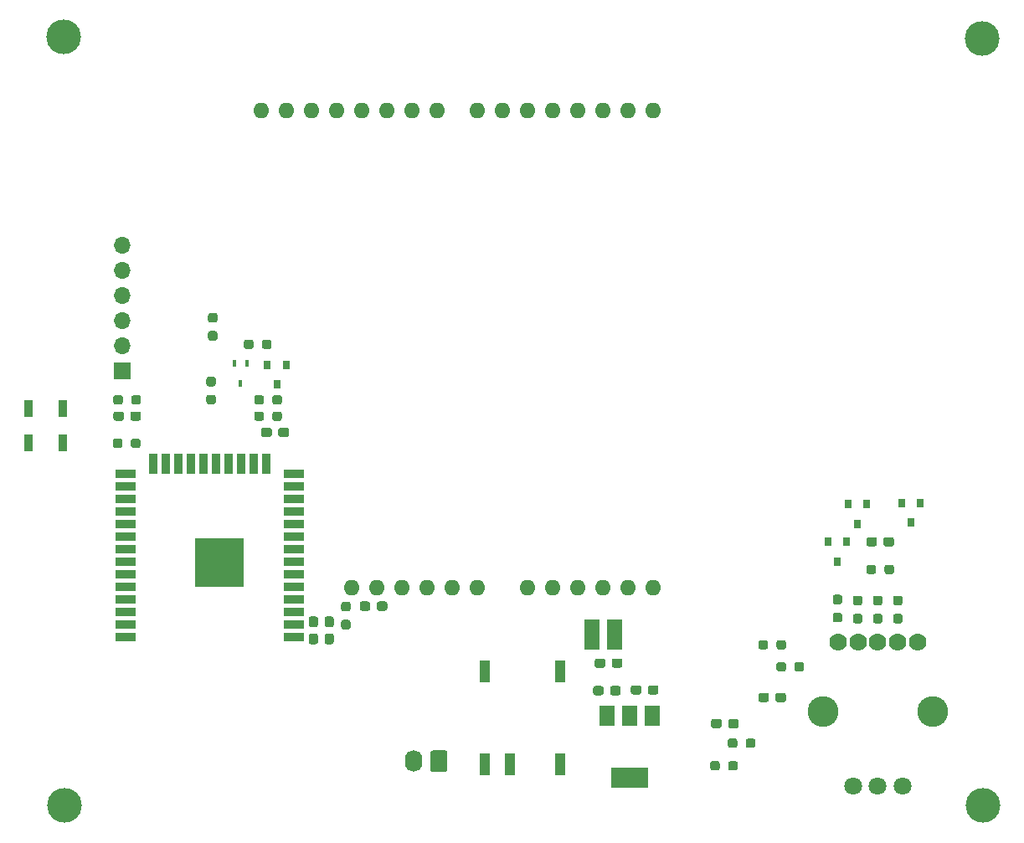
<source format=gbr>
%TF.GenerationSoftware,KiCad,Pcbnew,(5.1.7)-1*%
%TF.CreationDate,2021-01-04T12:01:46+01:00*%
%TF.ProjectId,EZ-PY32,455a2d50-5933-4322-9e6b-696361645f70,rev?*%
%TF.SameCoordinates,Original*%
%TF.FileFunction,Soldermask,Top*%
%TF.FilePolarity,Negative*%
%FSLAX46Y46*%
G04 Gerber Fmt 4.6, Leading zero omitted, Abs format (unit mm)*
G04 Created by KiCad (PCBNEW (5.1.7)-1) date 2021-01-04 12:01:46*
%MOMM*%
%LPD*%
G01*
G04 APERTURE LIST*
%ADD10O,1.600000X1.600000*%
%ADD11C,1.800000*%
%ADD12C,1.778000*%
%ADD13C,3.116000*%
%ADD14R,1.000000X2.300000*%
%ADD15R,5.000000X5.000000*%
%ADD16R,2.000000X0.900000*%
%ADD17R,0.900000X2.000000*%
%ADD18R,0.900000X1.700000*%
%ADD19R,1.500000X2.000000*%
%ADD20R,3.800000X2.000000*%
%ADD21R,0.800000X0.900000*%
%ADD22R,0.450000X0.700000*%
%ADD23O,1.740000X2.190000*%
%ADD24R,1.700000X1.700000*%
%ADD25O,1.700000X1.700000*%
%ADD26R,1.520000X3.050000*%
%ADD27C,3.500000*%
G04 APERTURE END LIST*
D10*
%TO.C,U4*%
X90490860Y-112218880D03*
X115890860Y-63958880D03*
X105730860Y-63958880D03*
X81350860Y-63958880D03*
X83890860Y-63958880D03*
X88970860Y-63958880D03*
X85410860Y-112218880D03*
X95570860Y-112218880D03*
X98110860Y-112218880D03*
X105730860Y-112218880D03*
X113350860Y-112218880D03*
X91510860Y-63958880D03*
X115890860Y-112218880D03*
X76270860Y-63958880D03*
X94050860Y-63958880D03*
X108270860Y-63958880D03*
X103190860Y-112218880D03*
X110810860Y-63958880D03*
X87950860Y-112218880D03*
X93030860Y-112218880D03*
X78810860Y-63958880D03*
X86430860Y-63958880D03*
X103190860Y-63958880D03*
X100650860Y-63958880D03*
X108270860Y-112218880D03*
X113350860Y-63958880D03*
X98110860Y-63958880D03*
X110810860Y-112218880D03*
%TD*%
%TO.C,C9*%
G36*
G01*
X87958360Y-114297880D02*
X87958360Y-113822880D01*
G75*
G02*
X88195860Y-113585380I237500J0D01*
G01*
X88795860Y-113585380D01*
G75*
G02*
X89033360Y-113822880I0J-237500D01*
G01*
X89033360Y-114297880D01*
G75*
G02*
X88795860Y-114535380I-237500J0D01*
G01*
X88195860Y-114535380D01*
G75*
G02*
X87958360Y-114297880I0J237500D01*
G01*
G37*
G36*
G01*
X86233360Y-114297880D02*
X86233360Y-113822880D01*
G75*
G02*
X86470860Y-113585380I237500J0D01*
G01*
X87070860Y-113585380D01*
G75*
G02*
X87308360Y-113822880I0J-237500D01*
G01*
X87308360Y-114297880D01*
G75*
G02*
X87070860Y-114535380I-237500J0D01*
G01*
X86470860Y-114535380D01*
G75*
G02*
X86233360Y-114297880I0J237500D01*
G01*
G37*
%TD*%
D11*
%TO.C,S1*%
X136120500Y-132214000D03*
X138620500Y-132214000D03*
X141120500Y-132214000D03*
D12*
X138620500Y-117714000D03*
X136620500Y-117714000D03*
D13*
X133070500Y-124714000D03*
X144170500Y-124714000D03*
D12*
X140620500Y-117714000D03*
X134620500Y-117714000D03*
X142620500Y-117714000D03*
%TD*%
%TO.C,C4*%
G36*
G01*
X112805360Y-119594380D02*
X112805360Y-120069380D01*
G75*
G02*
X112567860Y-120306880I-237500J0D01*
G01*
X111967860Y-120306880D01*
G75*
G02*
X111730360Y-120069380I0J237500D01*
G01*
X111730360Y-119594380D01*
G75*
G02*
X111967860Y-119356880I237500J0D01*
G01*
X112567860Y-119356880D01*
G75*
G02*
X112805360Y-119594380I0J-237500D01*
G01*
G37*
G36*
G01*
X111080360Y-119594380D02*
X111080360Y-120069380D01*
G75*
G02*
X110842860Y-120306880I-237500J0D01*
G01*
X110242860Y-120306880D01*
G75*
G02*
X110005360Y-120069380I0J237500D01*
G01*
X110005360Y-119594380D01*
G75*
G02*
X110242860Y-119356880I237500J0D01*
G01*
X110842860Y-119356880D01*
G75*
G02*
X111080360Y-119594380I0J-237500D01*
G01*
G37*
%TD*%
D14*
%TO.C,U1*%
X98869500Y-130025500D03*
X101409500Y-130025500D03*
X106489500Y-130025500D03*
X98869500Y-120625500D03*
X106489500Y-120625500D03*
%TD*%
%TO.C,R10*%
G36*
G01*
X77399700Y-95083000D02*
X77399700Y-94608000D01*
G75*
G02*
X77637200Y-94370500I237500J0D01*
G01*
X78137200Y-94370500D01*
G75*
G02*
X78374700Y-94608000I0J-237500D01*
G01*
X78374700Y-95083000D01*
G75*
G02*
X78137200Y-95320500I-237500J0D01*
G01*
X77637200Y-95320500D01*
G75*
G02*
X77399700Y-95083000I0J237500D01*
G01*
G37*
G36*
G01*
X75574700Y-95083000D02*
X75574700Y-94608000D01*
G75*
G02*
X75812200Y-94370500I237500J0D01*
G01*
X76312200Y-94370500D01*
G75*
G02*
X76549700Y-94608000I0J-237500D01*
G01*
X76549700Y-95083000D01*
G75*
G02*
X76312200Y-95320500I-237500J0D01*
G01*
X75812200Y-95320500D01*
G75*
G02*
X75574700Y-95083000I0J237500D01*
G01*
G37*
%TD*%
%TO.C,R6*%
G36*
G01*
X136351000Y-114828500D02*
X136826000Y-114828500D01*
G75*
G02*
X137063500Y-115066000I0J-237500D01*
G01*
X137063500Y-115566000D01*
G75*
G02*
X136826000Y-115803500I-237500J0D01*
G01*
X136351000Y-115803500D01*
G75*
G02*
X136113500Y-115566000I0J237500D01*
G01*
X136113500Y-115066000D01*
G75*
G02*
X136351000Y-114828500I237500J0D01*
G01*
G37*
G36*
G01*
X136351000Y-113003500D02*
X136826000Y-113003500D01*
G75*
G02*
X137063500Y-113241000I0J-237500D01*
G01*
X137063500Y-113741000D01*
G75*
G02*
X136826000Y-113978500I-237500J0D01*
G01*
X136351000Y-113978500D01*
G75*
G02*
X136113500Y-113741000I0J237500D01*
G01*
X136113500Y-113241000D01*
G75*
G02*
X136351000Y-113003500I237500J0D01*
G01*
G37*
%TD*%
%TO.C,R5*%
G36*
G01*
X134319000Y-114725000D02*
X134794000Y-114725000D01*
G75*
G02*
X135031500Y-114962500I0J-237500D01*
G01*
X135031500Y-115462500D01*
G75*
G02*
X134794000Y-115700000I-237500J0D01*
G01*
X134319000Y-115700000D01*
G75*
G02*
X134081500Y-115462500I0J237500D01*
G01*
X134081500Y-114962500D01*
G75*
G02*
X134319000Y-114725000I237500J0D01*
G01*
G37*
G36*
G01*
X134319000Y-112900000D02*
X134794000Y-112900000D01*
G75*
G02*
X135031500Y-113137500I0J-237500D01*
G01*
X135031500Y-113637500D01*
G75*
G02*
X134794000Y-113875000I-237500J0D01*
G01*
X134319000Y-113875000D01*
G75*
G02*
X134081500Y-113637500I0J237500D01*
G01*
X134081500Y-113137500D01*
G75*
G02*
X134319000Y-112900000I237500J0D01*
G01*
G37*
%TD*%
D15*
%TO.C,U3*%
X72056500Y-109657500D03*
D16*
X79556500Y-117157500D03*
X79556500Y-115887500D03*
X79556500Y-114617500D03*
X79556500Y-113347500D03*
X79556500Y-112077500D03*
X79556500Y-110807500D03*
X79556500Y-109537500D03*
X79556500Y-108267500D03*
X79556500Y-106997500D03*
X79556500Y-105727500D03*
X79556500Y-104457500D03*
X79556500Y-103187500D03*
X79556500Y-101917500D03*
X79556500Y-100647500D03*
D17*
X76771500Y-99647500D03*
X75501500Y-99647500D03*
X74231500Y-99647500D03*
X72961500Y-99647500D03*
X71691500Y-99647500D03*
X70421500Y-99647500D03*
X69151500Y-99647500D03*
X67881500Y-99647500D03*
X66611500Y-99647500D03*
X65341500Y-99647500D03*
D16*
X62556500Y-100647500D03*
X62556500Y-101917500D03*
X62556500Y-103187500D03*
X62556500Y-104457500D03*
X62556500Y-105727500D03*
X62556500Y-106997500D03*
X62556500Y-108267500D03*
X62556500Y-109537500D03*
X62556500Y-110807500D03*
X62556500Y-112077500D03*
X62556500Y-113347500D03*
X62556500Y-114617500D03*
X62556500Y-115887500D03*
X62556500Y-117157500D03*
%TD*%
D18*
%TO.C,SW1*%
X56183000Y-94043500D03*
X52783000Y-94043500D03*
%TD*%
%TO.C,R14*%
G36*
G01*
X62300300Y-92957000D02*
X62300300Y-93432000D01*
G75*
G02*
X62062800Y-93669500I-237500J0D01*
G01*
X61562800Y-93669500D01*
G75*
G02*
X61325300Y-93432000I0J237500D01*
G01*
X61325300Y-92957000D01*
G75*
G02*
X61562800Y-92719500I237500J0D01*
G01*
X62062800Y-92719500D01*
G75*
G02*
X62300300Y-92957000I0J-237500D01*
G01*
G37*
G36*
G01*
X64125300Y-92957000D02*
X64125300Y-93432000D01*
G75*
G02*
X63887800Y-93669500I-237500J0D01*
G01*
X63387800Y-93669500D01*
G75*
G02*
X63150300Y-93432000I0J237500D01*
G01*
X63150300Y-92957000D01*
G75*
G02*
X63387800Y-92719500I237500J0D01*
G01*
X63887800Y-92719500D01*
G75*
G02*
X64125300Y-92957000I0J-237500D01*
G01*
G37*
%TD*%
%TO.C,C3*%
G36*
G01*
X139199500Y-107783000D02*
X139199500Y-107308000D01*
G75*
G02*
X139437000Y-107070500I237500J0D01*
G01*
X140037000Y-107070500D01*
G75*
G02*
X140274500Y-107308000I0J-237500D01*
G01*
X140274500Y-107783000D01*
G75*
G02*
X140037000Y-108020500I-237500J0D01*
G01*
X139437000Y-108020500D01*
G75*
G02*
X139199500Y-107783000I0J237500D01*
G01*
G37*
G36*
G01*
X137474500Y-107783000D02*
X137474500Y-107308000D01*
G75*
G02*
X137712000Y-107070500I237500J0D01*
G01*
X138312000Y-107070500D01*
G75*
G02*
X138549500Y-107308000I0J-237500D01*
G01*
X138549500Y-107783000D01*
G75*
G02*
X138312000Y-108020500I-237500J0D01*
G01*
X137712000Y-108020500D01*
G75*
G02*
X137474500Y-107783000I0J237500D01*
G01*
G37*
%TD*%
%TO.C,C8*%
G36*
G01*
X62400300Y-94608000D02*
X62400300Y-95083000D01*
G75*
G02*
X62162800Y-95320500I-237500J0D01*
G01*
X61562800Y-95320500D01*
G75*
G02*
X61325300Y-95083000I0J237500D01*
G01*
X61325300Y-94608000D01*
G75*
G02*
X61562800Y-94370500I237500J0D01*
G01*
X62162800Y-94370500D01*
G75*
G02*
X62400300Y-94608000I0J-237500D01*
G01*
G37*
G36*
G01*
X64125300Y-94608000D02*
X64125300Y-95083000D01*
G75*
G02*
X63887800Y-95320500I-237500J0D01*
G01*
X63287800Y-95320500D01*
G75*
G02*
X63050300Y-95083000I0J237500D01*
G01*
X63050300Y-94608000D01*
G75*
G02*
X63287800Y-94370500I237500J0D01*
G01*
X63887800Y-94370500D01*
G75*
G02*
X64125300Y-94608000I0J-237500D01*
G01*
G37*
%TD*%
%TO.C,R11*%
G36*
G01*
X76549700Y-92957000D02*
X76549700Y-93432000D01*
G75*
G02*
X76312200Y-93669500I-237500J0D01*
G01*
X75812200Y-93669500D01*
G75*
G02*
X75574700Y-93432000I0J237500D01*
G01*
X75574700Y-92957000D01*
G75*
G02*
X75812200Y-92719500I237500J0D01*
G01*
X76312200Y-92719500D01*
G75*
G02*
X76549700Y-92957000I0J-237500D01*
G01*
G37*
G36*
G01*
X78374700Y-92957000D02*
X78374700Y-93432000D01*
G75*
G02*
X78137200Y-93669500I-237500J0D01*
G01*
X77637200Y-93669500D01*
G75*
G02*
X77399700Y-93432000I0J237500D01*
G01*
X77399700Y-92957000D01*
G75*
G02*
X77637200Y-92719500I237500J0D01*
G01*
X78137200Y-92719500D01*
G75*
G02*
X78374700Y-92957000I0J-237500D01*
G01*
G37*
%TD*%
%TO.C,R15*%
G36*
G01*
X62249500Y-97351200D02*
X62249500Y-97826200D01*
G75*
G02*
X62012000Y-98063700I-237500J0D01*
G01*
X61512000Y-98063700D01*
G75*
G02*
X61274500Y-97826200I0J237500D01*
G01*
X61274500Y-97351200D01*
G75*
G02*
X61512000Y-97113700I237500J0D01*
G01*
X62012000Y-97113700D01*
G75*
G02*
X62249500Y-97351200I0J-237500D01*
G01*
G37*
G36*
G01*
X64074500Y-97351200D02*
X64074500Y-97826200D01*
G75*
G02*
X63837000Y-98063700I-237500J0D01*
G01*
X63337000Y-98063700D01*
G75*
G02*
X63099500Y-97826200I0J237500D01*
G01*
X63099500Y-97351200D01*
G75*
G02*
X63337000Y-97113700I237500J0D01*
G01*
X63837000Y-97113700D01*
G75*
G02*
X64074500Y-97351200I0J-237500D01*
G01*
G37*
%TD*%
%TO.C,C1*%
G36*
G01*
X122852300Y-125697600D02*
X122852300Y-126172600D01*
G75*
G02*
X122614800Y-126410100I-237500J0D01*
G01*
X122014800Y-126410100D01*
G75*
G02*
X121777300Y-126172600I0J237500D01*
G01*
X121777300Y-125697600D01*
G75*
G02*
X122014800Y-125460100I237500J0D01*
G01*
X122614800Y-125460100D01*
G75*
G02*
X122852300Y-125697600I0J-237500D01*
G01*
G37*
G36*
G01*
X124577300Y-125697600D02*
X124577300Y-126172600D01*
G75*
G02*
X124339800Y-126410100I-237500J0D01*
G01*
X123739800Y-126410100D01*
G75*
G02*
X123502300Y-126172600I0J237500D01*
G01*
X123502300Y-125697600D01*
G75*
G02*
X123739800Y-125460100I237500J0D01*
G01*
X124339800Y-125460100D01*
G75*
G02*
X124577300Y-125697600I0J-237500D01*
G01*
G37*
%TD*%
%TO.C,C2*%
G36*
G01*
X127627500Y-123056000D02*
X127627500Y-123531000D01*
G75*
G02*
X127390000Y-123768500I-237500J0D01*
G01*
X126790000Y-123768500D01*
G75*
G02*
X126552500Y-123531000I0J237500D01*
G01*
X126552500Y-123056000D01*
G75*
G02*
X126790000Y-122818500I237500J0D01*
G01*
X127390000Y-122818500D01*
G75*
G02*
X127627500Y-123056000I0J-237500D01*
G01*
G37*
G36*
G01*
X129352500Y-123056000D02*
X129352500Y-123531000D01*
G75*
G02*
X129115000Y-123768500I-237500J0D01*
G01*
X128515000Y-123768500D01*
G75*
G02*
X128277500Y-123531000I0J237500D01*
G01*
X128277500Y-123056000D01*
G75*
G02*
X128515000Y-122818500I237500J0D01*
G01*
X129115000Y-122818500D01*
G75*
G02*
X129352500Y-123056000I0J-237500D01*
G01*
G37*
%TD*%
%TO.C,C5*%
G36*
G01*
X110905360Y-122369380D02*
X110905360Y-122844380D01*
G75*
G02*
X110667860Y-123081880I-237500J0D01*
G01*
X110067860Y-123081880D01*
G75*
G02*
X109830360Y-122844380I0J237500D01*
G01*
X109830360Y-122369380D01*
G75*
G02*
X110067860Y-122131880I237500J0D01*
G01*
X110667860Y-122131880D01*
G75*
G02*
X110905360Y-122369380I0J-237500D01*
G01*
G37*
G36*
G01*
X112630360Y-122369380D02*
X112630360Y-122844380D01*
G75*
G02*
X112392860Y-123081880I-237500J0D01*
G01*
X111792860Y-123081880D01*
G75*
G02*
X111555360Y-122844380I0J237500D01*
G01*
X111555360Y-122369380D01*
G75*
G02*
X111792860Y-122131880I237500J0D01*
G01*
X112392860Y-122131880D01*
G75*
G02*
X112630360Y-122369380I0J-237500D01*
G01*
G37*
%TD*%
%TO.C,C6*%
G36*
G01*
X115380360Y-122769380D02*
X115380360Y-122294380D01*
G75*
G02*
X115617860Y-122056880I237500J0D01*
G01*
X116217860Y-122056880D01*
G75*
G02*
X116455360Y-122294380I0J-237500D01*
G01*
X116455360Y-122769380D01*
G75*
G02*
X116217860Y-123006880I-237500J0D01*
G01*
X115617860Y-123006880D01*
G75*
G02*
X115380360Y-122769380I0J237500D01*
G01*
G37*
G36*
G01*
X113655360Y-122769380D02*
X113655360Y-122294380D01*
G75*
G02*
X113892860Y-122056880I237500J0D01*
G01*
X114492860Y-122056880D01*
G75*
G02*
X114730360Y-122294380I0J-237500D01*
G01*
X114730360Y-122769380D01*
G75*
G02*
X114492860Y-123006880I-237500J0D01*
G01*
X113892860Y-123006880D01*
G75*
G02*
X113655360Y-122769380I0J237500D01*
G01*
G37*
%TD*%
%TO.C,C7*%
G36*
G01*
X77355360Y-96244380D02*
X77355360Y-96719380D01*
G75*
G02*
X77117860Y-96956880I-237500J0D01*
G01*
X76517860Y-96956880D01*
G75*
G02*
X76280360Y-96719380I0J237500D01*
G01*
X76280360Y-96244380D01*
G75*
G02*
X76517860Y-96006880I237500J0D01*
G01*
X77117860Y-96006880D01*
G75*
G02*
X77355360Y-96244380I0J-237500D01*
G01*
G37*
G36*
G01*
X79080360Y-96244380D02*
X79080360Y-96719380D01*
G75*
G02*
X78842860Y-96956880I-237500J0D01*
G01*
X78242860Y-96956880D01*
G75*
G02*
X78005360Y-96719380I0J237500D01*
G01*
X78005360Y-96244380D01*
G75*
G02*
X78242860Y-96006880I237500J0D01*
G01*
X78842860Y-96006880D01*
G75*
G02*
X79080360Y-96244380I0J-237500D01*
G01*
G37*
%TD*%
%TO.C,C10*%
G36*
G01*
X82917860Y-116831880D02*
X83392860Y-116831880D01*
G75*
G02*
X83630360Y-117069380I0J-237500D01*
G01*
X83630360Y-117669380D01*
G75*
G02*
X83392860Y-117906880I-237500J0D01*
G01*
X82917860Y-117906880D01*
G75*
G02*
X82680360Y-117669380I0J237500D01*
G01*
X82680360Y-117069380D01*
G75*
G02*
X82917860Y-116831880I237500J0D01*
G01*
G37*
G36*
G01*
X82917860Y-115106880D02*
X83392860Y-115106880D01*
G75*
G02*
X83630360Y-115344380I0J-237500D01*
G01*
X83630360Y-115944380D01*
G75*
G02*
X83392860Y-116181880I-237500J0D01*
G01*
X82917860Y-116181880D01*
G75*
G02*
X82680360Y-115944380I0J237500D01*
G01*
X82680360Y-115344380D01*
G75*
G02*
X82917860Y-115106880I237500J0D01*
G01*
G37*
%TD*%
%TO.C,C11*%
G36*
G01*
X81317860Y-116831880D02*
X81792860Y-116831880D01*
G75*
G02*
X82030360Y-117069380I0J-237500D01*
G01*
X82030360Y-117669380D01*
G75*
G02*
X81792860Y-117906880I-237500J0D01*
G01*
X81317860Y-117906880D01*
G75*
G02*
X81080360Y-117669380I0J237500D01*
G01*
X81080360Y-117069380D01*
G75*
G02*
X81317860Y-116831880I237500J0D01*
G01*
G37*
G36*
G01*
X81317860Y-115106880D02*
X81792860Y-115106880D01*
G75*
G02*
X82030360Y-115344380I0J-237500D01*
G01*
X82030360Y-115944380D01*
G75*
G02*
X81792860Y-116181880I-237500J0D01*
G01*
X81317860Y-116181880D01*
G75*
G02*
X81080360Y-115944380I0J237500D01*
G01*
X81080360Y-115344380D01*
G75*
G02*
X81317860Y-115106880I237500J0D01*
G01*
G37*
%TD*%
%TO.C,R1*%
G36*
G01*
X125278700Y-128153800D02*
X125278700Y-127678800D01*
G75*
G02*
X125516200Y-127441300I237500J0D01*
G01*
X126016200Y-127441300D01*
G75*
G02*
X126253700Y-127678800I0J-237500D01*
G01*
X126253700Y-128153800D01*
G75*
G02*
X126016200Y-128391300I-237500J0D01*
G01*
X125516200Y-128391300D01*
G75*
G02*
X125278700Y-128153800I0J237500D01*
G01*
G37*
G36*
G01*
X123453700Y-128153800D02*
X123453700Y-127678800D01*
G75*
G02*
X123691200Y-127441300I237500J0D01*
G01*
X124191200Y-127441300D01*
G75*
G02*
X124428700Y-127678800I0J-237500D01*
G01*
X124428700Y-128153800D01*
G75*
G02*
X124191200Y-128391300I-237500J0D01*
G01*
X123691200Y-128391300D01*
G75*
G02*
X123453700Y-128153800I0J237500D01*
G01*
G37*
%TD*%
%TO.C,R2*%
G36*
G01*
X130206300Y-120432200D02*
X130206300Y-119957200D01*
G75*
G02*
X130443800Y-119719700I237500J0D01*
G01*
X130943800Y-119719700D01*
G75*
G02*
X131181300Y-119957200I0J-237500D01*
G01*
X131181300Y-120432200D01*
G75*
G02*
X130943800Y-120669700I-237500J0D01*
G01*
X130443800Y-120669700D01*
G75*
G02*
X130206300Y-120432200I0J237500D01*
G01*
G37*
G36*
G01*
X128381300Y-120432200D02*
X128381300Y-119957200D01*
G75*
G02*
X128618800Y-119719700I237500J0D01*
G01*
X129118800Y-119719700D01*
G75*
G02*
X129356300Y-119957200I0J-237500D01*
G01*
X129356300Y-120432200D01*
G75*
G02*
X129118800Y-120669700I-237500J0D01*
G01*
X128618800Y-120669700D01*
G75*
G02*
X128381300Y-120432200I0J237500D01*
G01*
G37*
%TD*%
%TO.C,R3*%
G36*
G01*
X123500700Y-130439800D02*
X123500700Y-129964800D01*
G75*
G02*
X123738200Y-129727300I237500J0D01*
G01*
X124238200Y-129727300D01*
G75*
G02*
X124475700Y-129964800I0J-237500D01*
G01*
X124475700Y-130439800D01*
G75*
G02*
X124238200Y-130677300I-237500J0D01*
G01*
X123738200Y-130677300D01*
G75*
G02*
X123500700Y-130439800I0J237500D01*
G01*
G37*
G36*
G01*
X121675700Y-130439800D02*
X121675700Y-129964800D01*
G75*
G02*
X121913200Y-129727300I237500J0D01*
G01*
X122413200Y-129727300D01*
G75*
G02*
X122650700Y-129964800I0J-237500D01*
G01*
X122650700Y-130439800D01*
G75*
G02*
X122413200Y-130677300I-237500J0D01*
G01*
X121913200Y-130677300D01*
G75*
G02*
X121675700Y-130439800I0J237500D01*
G01*
G37*
%TD*%
%TO.C,R4*%
G36*
G01*
X127527500Y-117722000D02*
X127527500Y-118197000D01*
G75*
G02*
X127290000Y-118434500I-237500J0D01*
G01*
X126790000Y-118434500D01*
G75*
G02*
X126552500Y-118197000I0J237500D01*
G01*
X126552500Y-117722000D01*
G75*
G02*
X126790000Y-117484500I237500J0D01*
G01*
X127290000Y-117484500D01*
G75*
G02*
X127527500Y-117722000I0J-237500D01*
G01*
G37*
G36*
G01*
X129352500Y-117722000D02*
X129352500Y-118197000D01*
G75*
G02*
X129115000Y-118434500I-237500J0D01*
G01*
X128615000Y-118434500D01*
G75*
G02*
X128377500Y-118197000I0J237500D01*
G01*
X128377500Y-117722000D01*
G75*
G02*
X128615000Y-117484500I237500J0D01*
G01*
X129115000Y-117484500D01*
G75*
G02*
X129352500Y-117722000I0J-237500D01*
G01*
G37*
%TD*%
%TO.C,R8*%
G36*
G01*
X138383000Y-114828500D02*
X138858000Y-114828500D01*
G75*
G02*
X139095500Y-115066000I0J-237500D01*
G01*
X139095500Y-115566000D01*
G75*
G02*
X138858000Y-115803500I-237500J0D01*
G01*
X138383000Y-115803500D01*
G75*
G02*
X138145500Y-115566000I0J237500D01*
G01*
X138145500Y-115066000D01*
G75*
G02*
X138383000Y-114828500I237500J0D01*
G01*
G37*
G36*
G01*
X138383000Y-113003500D02*
X138858000Y-113003500D01*
G75*
G02*
X139095500Y-113241000I0J-237500D01*
G01*
X139095500Y-113741000D01*
G75*
G02*
X138858000Y-113978500I-237500J0D01*
G01*
X138383000Y-113978500D01*
G75*
G02*
X138145500Y-113741000I0J237500D01*
G01*
X138145500Y-113241000D01*
G75*
G02*
X138383000Y-113003500I237500J0D01*
G01*
G37*
%TD*%
%TO.C,R9*%
G36*
G01*
X139299500Y-110577000D02*
X139299500Y-110102000D01*
G75*
G02*
X139537000Y-109864500I237500J0D01*
G01*
X140037000Y-109864500D01*
G75*
G02*
X140274500Y-110102000I0J-237500D01*
G01*
X140274500Y-110577000D01*
G75*
G02*
X140037000Y-110814500I-237500J0D01*
G01*
X139537000Y-110814500D01*
G75*
G02*
X139299500Y-110577000I0J237500D01*
G01*
G37*
G36*
G01*
X137474500Y-110577000D02*
X137474500Y-110102000D01*
G75*
G02*
X137712000Y-109864500I237500J0D01*
G01*
X138212000Y-109864500D01*
G75*
G02*
X138449500Y-110102000I0J-237500D01*
G01*
X138449500Y-110577000D01*
G75*
G02*
X138212000Y-110814500I-237500J0D01*
G01*
X137712000Y-110814500D01*
G75*
G02*
X137474500Y-110577000I0J237500D01*
G01*
G37*
%TD*%
%TO.C,R7*%
G36*
G01*
X140415000Y-114828500D02*
X140890000Y-114828500D01*
G75*
G02*
X141127500Y-115066000I0J-237500D01*
G01*
X141127500Y-115566000D01*
G75*
G02*
X140890000Y-115803500I-237500J0D01*
G01*
X140415000Y-115803500D01*
G75*
G02*
X140177500Y-115566000I0J237500D01*
G01*
X140177500Y-115066000D01*
G75*
G02*
X140415000Y-114828500I237500J0D01*
G01*
G37*
G36*
G01*
X140415000Y-113003500D02*
X140890000Y-113003500D01*
G75*
G02*
X141127500Y-113241000I0J-237500D01*
G01*
X141127500Y-113741000D01*
G75*
G02*
X140890000Y-113978500I-237500J0D01*
G01*
X140415000Y-113978500D01*
G75*
G02*
X140177500Y-113741000I0J237500D01*
G01*
X140177500Y-113241000D01*
G75*
G02*
X140415000Y-113003500I237500J0D01*
G01*
G37*
%TD*%
D19*
%TO.C,U2*%
X115824500Y-125132500D03*
X111224500Y-125132500D03*
X113524500Y-125132500D03*
D20*
X113524500Y-131432500D03*
%TD*%
D21*
%TO.C,Q4*%
X77863700Y-91654500D03*
X76913700Y-89654500D03*
X78813700Y-89654500D03*
%TD*%
D22*
%TO.C,Q5*%
X74180700Y-91527500D03*
X73530700Y-89527500D03*
X74830700Y-89527500D03*
%TD*%
%TO.C,R12*%
G36*
G01*
X70971400Y-92679700D02*
X71446400Y-92679700D01*
G75*
G02*
X71683900Y-92917200I0J-237500D01*
G01*
X71683900Y-93417200D01*
G75*
G02*
X71446400Y-93654700I-237500J0D01*
G01*
X70971400Y-93654700D01*
G75*
G02*
X70733900Y-93417200I0J237500D01*
G01*
X70733900Y-92917200D01*
G75*
G02*
X70971400Y-92679700I237500J0D01*
G01*
G37*
G36*
G01*
X70971400Y-90854700D02*
X71446400Y-90854700D01*
G75*
G02*
X71683900Y-91092200I0J-237500D01*
G01*
X71683900Y-91592200D01*
G75*
G02*
X71446400Y-91829700I-237500J0D01*
G01*
X70971400Y-91829700D01*
G75*
G02*
X70733900Y-91592200I0J237500D01*
G01*
X70733900Y-91092200D01*
G75*
G02*
X70971400Y-90854700I237500J0D01*
G01*
G37*
%TD*%
%TO.C,R13*%
G36*
G01*
X77333300Y-87343600D02*
X77333300Y-87818600D01*
G75*
G02*
X77095800Y-88056100I-237500J0D01*
G01*
X76595800Y-88056100D01*
G75*
G02*
X76358300Y-87818600I0J237500D01*
G01*
X76358300Y-87343600D01*
G75*
G02*
X76595800Y-87106100I237500J0D01*
G01*
X77095800Y-87106100D01*
G75*
G02*
X77333300Y-87343600I0J-237500D01*
G01*
G37*
G36*
G01*
X75508300Y-87343600D02*
X75508300Y-87818600D01*
G75*
G02*
X75270800Y-88056100I-237500J0D01*
G01*
X74770800Y-88056100D01*
G75*
G02*
X74533300Y-87818600I0J237500D01*
G01*
X74533300Y-87343600D01*
G75*
G02*
X74770800Y-87106100I237500J0D01*
G01*
X75270800Y-87106100D01*
G75*
G02*
X75508300Y-87343600I0J-237500D01*
G01*
G37*
%TD*%
%TO.C,J1*%
G36*
G01*
X95107360Y-128899879D02*
X95107360Y-130589881D01*
G75*
G02*
X94857361Y-130839880I-249999J0D01*
G01*
X93617359Y-130839880D01*
G75*
G02*
X93367360Y-130589881I0J249999D01*
G01*
X93367360Y-128899879D01*
G75*
G02*
X93617359Y-128649880I249999J0D01*
G01*
X94857361Y-128649880D01*
G75*
G02*
X95107360Y-128899879I0J-249999D01*
G01*
G37*
D23*
X91697360Y-129744880D03*
%TD*%
D24*
%TO.C,J2*%
X62230000Y-90233500D03*
D25*
X62230000Y-87693500D03*
X62230000Y-85153500D03*
X62230000Y-82613500D03*
X62230000Y-80073500D03*
X62230000Y-77533500D03*
%TD*%
D21*
%TO.C,Q1*%
X142923300Y-103615100D03*
X141023300Y-103615100D03*
X141973300Y-105615100D03*
%TD*%
%TO.C,Q2*%
X136588500Y-105751500D03*
X135638500Y-103751500D03*
X137538500Y-103751500D03*
%TD*%
%TO.C,Q3*%
X135506500Y-107561500D03*
X133606500Y-107561500D03*
X134556500Y-109561500D03*
%TD*%
%TO.C,R17*%
G36*
G01*
X71139860Y-84402880D02*
X71614860Y-84402880D01*
G75*
G02*
X71852360Y-84640380I0J-237500D01*
G01*
X71852360Y-85140380D01*
G75*
G02*
X71614860Y-85377880I-237500J0D01*
G01*
X71139860Y-85377880D01*
G75*
G02*
X70902360Y-85140380I0J237500D01*
G01*
X70902360Y-84640380D01*
G75*
G02*
X71139860Y-84402880I237500J0D01*
G01*
G37*
G36*
G01*
X71139860Y-86227880D02*
X71614860Y-86227880D01*
G75*
G02*
X71852360Y-86465380I0J-237500D01*
G01*
X71852360Y-86965380D01*
G75*
G02*
X71614860Y-87202880I-237500J0D01*
G01*
X71139860Y-87202880D01*
G75*
G02*
X70902360Y-86965380I0J237500D01*
G01*
X70902360Y-86465380D01*
G75*
G02*
X71139860Y-86227880I237500J0D01*
G01*
G37*
%TD*%
D18*
%TO.C,SW2*%
X52783000Y-97536000D03*
X56183000Y-97536000D03*
%TD*%
%TO.C,R16*%
G36*
G01*
X85076860Y-116412880D02*
X84601860Y-116412880D01*
G75*
G02*
X84364360Y-116175380I0J237500D01*
G01*
X84364360Y-115675380D01*
G75*
G02*
X84601860Y-115437880I237500J0D01*
G01*
X85076860Y-115437880D01*
G75*
G02*
X85314360Y-115675380I0J-237500D01*
G01*
X85314360Y-116175380D01*
G75*
G02*
X85076860Y-116412880I-237500J0D01*
G01*
G37*
G36*
G01*
X85076860Y-114587880D02*
X84601860Y-114587880D01*
G75*
G02*
X84364360Y-114350380I0J237500D01*
G01*
X84364360Y-113850380D01*
G75*
G02*
X84601860Y-113612880I237500J0D01*
G01*
X85076860Y-113612880D01*
G75*
G02*
X85314360Y-113850380I0J-237500D01*
G01*
X85314360Y-114350380D01*
G75*
G02*
X85076860Y-114587880I-237500J0D01*
G01*
G37*
%TD*%
D26*
%TO.C,L1*%
X111975360Y-116956880D03*
X109685360Y-116956880D03*
%TD*%
D27*
%TO.C,H1*%
X56380360Y-134181880D03*
%TD*%
%TO.C,H2*%
X56305360Y-56506880D03*
%TD*%
%TO.C,H3*%
X149230360Y-134231880D03*
%TD*%
%TO.C,H4*%
X149155360Y-56656880D03*
%TD*%
M02*

</source>
